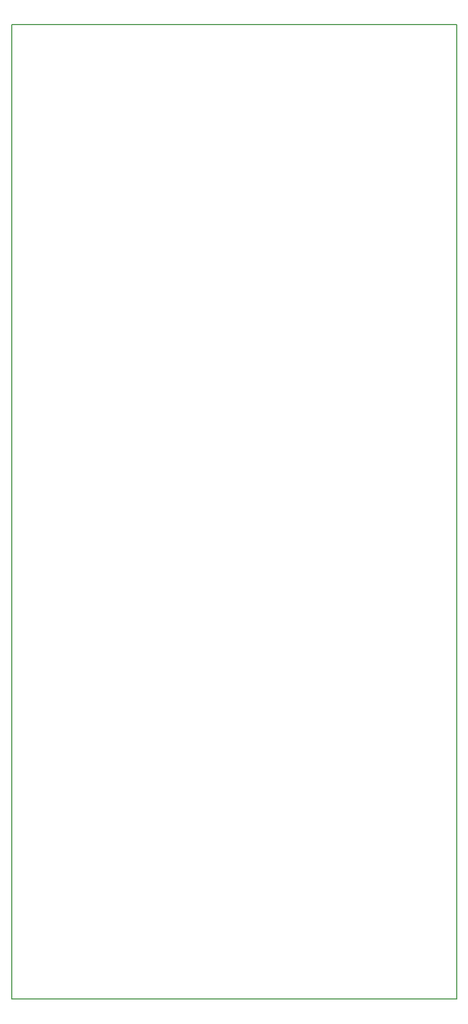
<source format=gko>
G04 EAGLE Gerber RS-274X export*
G75*
%MOMM*%
%FSLAX34Y34*%
%LPD*%
%INKeep Out*%
%IPPOS*%
%AMOC8*
5,1,8,0,0,1.08239X$1,22.5*%
G01*
%ADD10C,0.152400*%


D10*
X-368300Y-774700D02*
X368300Y-774700D01*
X368300Y838200D01*
X-368300Y838200D01*
X-368300Y-774700D01*
M02*

</source>
